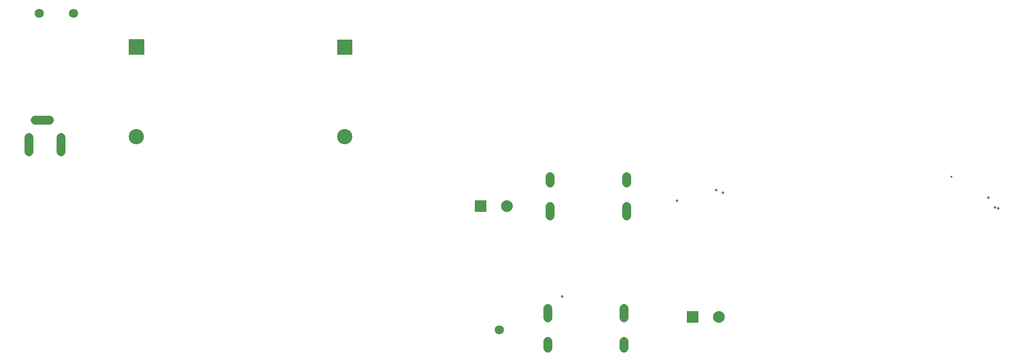
<source format=gbs>
G04 Layer: BottomSolderMaskLayer*
G04 EasyEDA v6.4.7, 2020-11-20T21:23:31--3:00*
G04 eeb6c147a42f4a1294c753b82ad487c9,09237c92188f4bc9b643e288e8680b3c,10*
G04 Gerber Generator version 0.2*
G04 Scale: 100 percent, Rotated: No, Reflected: No *
G04 Dimensions in millimeters *
G04 leading zeros omitted , absolute positions ,3 integer and 3 decimal *
%FSLAX33Y33*%
%MOMM*%
G90*
D02*

%ADD27C,1.703197*%
%ADD28C,0.463194*%
%ADD29C,1.727200*%
%ADD30C,0.403200*%
%ADD33C,2.903220*%
%ADD35R,2.235200X2.235200*%
%ADD36C,2.235200*%

%LPD*%
G54D27*
G01X116291Y2815D02*
G01X116291Y1615D01*
G01X101793Y2815D02*
G01X101793Y1615D01*
G01X116291Y9114D02*
G01X116291Y7314D01*
G01X101793Y9114D02*
G01X101793Y7314D01*
G01X102275Y32998D02*
G01X102275Y34198D01*
G01X116773Y32998D02*
G01X116773Y34198D01*
G01X102275Y26699D02*
G01X102275Y28499D01*
G01X116773Y26699D02*
G01X116773Y28499D01*
G01X9271Y38908D02*
G01X9271Y41608D01*
G01X3175Y38908D02*
G01X3175Y41608D01*
G01X7065Y44958D02*
G01X4365Y44958D01*
G54D28*
G01X104541Y11396D03*
G54D29*
G01X92583Y5080D03*
G54D28*
G01X126365Y29591D03*
G54D30*
G01X178562Y34163D03*
G54D28*
G01X187452Y28194D03*
G01X185547Y30226D03*
G01X135128Y31115D03*
G01X133858Y31623D03*
G01X186817Y28321D03*
G54D33*
G01X23616Y41777D03*
G36*
G01X22197Y57406D02*
G01X22197Y60309D01*
G01X25100Y60309D01*
G01X25100Y57406D01*
G01X22197Y57406D01*
G37*
G36*
G01X61793Y57348D02*
G01X61793Y60251D01*
G01X64696Y60251D01*
G01X64696Y57348D01*
G01X61793Y57348D01*
G37*
G01X63246Y41783D03*
G54D35*
G01X89077Y28575D03*
G54D36*
G01X94056Y28575D03*
G54D35*
G01X129336Y7493D03*
G54D36*
G01X134315Y7493D03*
G54D29*
G01X5132Y65278D03*
G01X11631Y65278D03*
M00*
M02*

</source>
